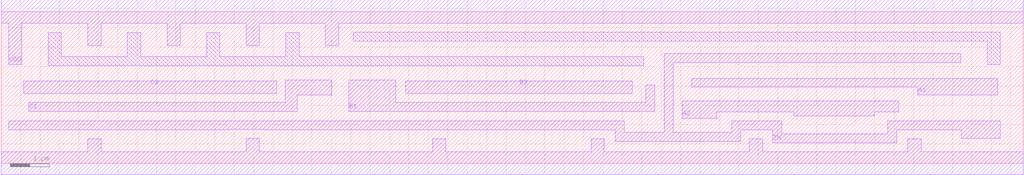
<source format=lef>
# Copyright 2022 GlobalFoundries PDK Authors
#
# Licensed under the Apache License, Version 2.0 (the "License");
# you may not use this file except in compliance with the License.
# You may obtain a copy of the License at
#
#      http://www.apache.org/licenses/LICENSE-2.0
#
# Unless required by applicable law or agreed to in writing, software
# distributed under the License is distributed on an "AS IS" BASIS,
# WITHOUT WARRANTIES OR CONDITIONS OF ANY KIND, either express or implied.
# See the License for the specific language governing permissions and
# limitations under the License.

MACRO gf180mcu_fd_sc_mcu7t5v0__aoi222_4
  CLASS core ;
  FOREIGN gf180mcu_fd_sc_mcu7t5v0__aoi222_4 0.0 0.0 ;
  ORIGIN 0 0 ;
  SYMMETRY X Y ;
  SITE GF018hv5v_mcu_sc7 ;
  SIZE 26.32 BY 3.92 ;
  PIN A1
    DIRECTION INPUT ;
    ANTENNAGATEAREA 4.408 ;
    PORT
      LAYER Metal1 ;
        POLYGON 17.78 1.965 23.61 1.965 23.61 1.77 25.67 1.77 25.67 2.195 17.78 2.195  ;
    END
  END A1
  PIN A2
    DIRECTION INPUT ;
    ANTENNAGATEAREA 4.408 ;
    PORT
      LAYER Metal1 ;
        POLYGON 17.535 1.16 18.43 1.16 18.43 1.325 20.405 1.325 20.405 1.22 22.49 1.22 22.49 1.325 23.11 1.325 23.11 1.615 17.535 1.615  ;
    END
  END A2
  PIN B1
    DIRECTION INPUT ;
    ANTENNAGATEAREA 4.408 ;
    PORT
      LAYER Metal1 ;
        POLYGON 8.945 1.335 16.835 1.335 16.835 2.025 16.605 2.025 16.605 1.565 10.16 1.565 10.16 2.15 8.945 2.15  ;
    END
  END B1
  PIN B2
    DIRECTION INPUT ;
    ANTENNAGATEAREA 4.408 ;
    PORT
      LAYER Metal1 ;
        POLYGON 10.415 1.8 16.255 1.8 16.255 2.12 10.415 2.12  ;
    END
  END B2
  PIN C1
    DIRECTION INPUT ;
    ANTENNAGATEAREA 4.408 ;
    PORT
      LAYER Metal1 ;
        POLYGON 0.71 1.335 7.62 1.335 7.62 1.76 8.515 1.76 8.515 2.15 7.32 2.15 7.32 1.565 0.71 1.565  ;
    END
  END C1
  PIN C2
    DIRECTION INPUT ;
    ANTENNAGATEAREA 4.408 ;
    PORT
      LAYER Metal1 ;
        POLYGON 0.585 1.8 7.09 1.8 7.09 2.12 0.585 2.12  ;
    END
  END C2
  PIN ZN
    DIRECTION OUTPUT ;
    ANTENNADIFFAREA 5.9406 ;
    PORT
      LAYER Metal1 ;
        POLYGON 0.19 0.865 5.86 0.865 5.86 0.87 6.805 0.87 6.805 0.865 15.81 0.865 15.81 0.57 19.04 0.57 19.04 0.865 19.875 0.865 19.875 0.53 23.065 0.53 23.065 0.865 24.73 0.865 24.73 0.65 25.73 0.65 25.73 1.095 22.835 1.095 22.835 0.76 20.105 0.76 20.105 1.095 18.81 1.095 18.81 0.8 17.305 0.8 17.305 2.605 24.71 2.605 24.71 2.835 17.075 2.835 17.075 0.8 16.04 0.8 16.04 1.095 7.035 1.095 7.035 1.1 5.63 1.1 5.63 1.095 0.19 1.095  ;
    END
  END ZN
  PIN VDD
    DIRECTION INOUT ;
    USE power ;
    SHAPE ABUTMENT ;
    PORT
      LAYER Metal1 ;
        POLYGON 0 3.62 0.19 3.62 0.19 2.555 0.53 2.555 0.53 3.62 2.23 3.62 2.23 3.04 2.575 3.04 2.575 3.62 4.27 3.62 4.27 3.04 4.61 3.04 4.61 3.62 6.31 3.62 6.31 3.04 6.65 3.04 6.65 3.62 8.35 3.62 8.35 3.04 8.69 3.04 8.69 3.62 25.73 3.62 26.32 3.62 26.32 4.22 25.73 4.22 0 4.22  ;
    END
  END VDD
  PIN VSS
    DIRECTION INOUT ;
    USE ground ;
    SHAPE ABUTMENT ;
    PORT
      LAYER Metal1 ;
        POLYGON 0 -0.3 26.32 -0.3 26.32 0.3 23.69 0.3 23.69 0.635 23.35 0.635 23.35 0.3 19.61 0.3 19.61 0.635 19.27 0.635 19.27 0.3 15.53 0.3 15.53 0.635 15.19 0.635 15.19 0.3 11.45 0.3 11.45 0.635 11.11 0.635 11.11 0.3 6.65 0.3 6.65 0.64 6.31 0.64 6.31 0.3 2.57 0.3 2.57 0.635 2.23 0.635 2.23 0.3 0 0.3  ;
    END
  END VSS
  OBS
      LAYER Metal1 ;
        POLYGON 1.21 2.53 16.55 2.53 16.55 2.76 7.67 2.76 7.67 3.38 7.33 3.38 7.33 2.76 5.63 2.76 5.63 3.38 5.29 3.38 5.29 2.76 3.59 2.76 3.59 3.38 3.25 3.38 3.25 2.76 1.55 2.76 1.55 3.38 1.21 3.38  ;
        POLYGON 9.07 3.16 25.39 3.16 25.39 2.555 25.73 2.555 25.73 3.39 9.07 3.39  ;
  END
END gf180mcu_fd_sc_mcu7t5v0__aoi222_4

</source>
